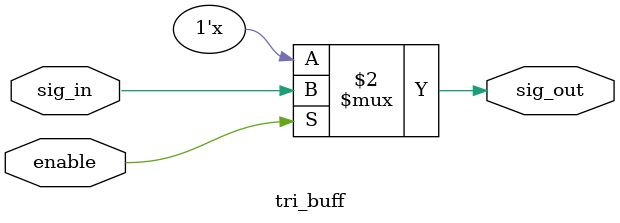
<source format=v>
/*
    tri-state buffer:
        input from wire
        if enable, input passes to output
        else output is Z (high imp)
*/

`timescale 1ps/1ps
`define STEP 10


module tb();
    wire outp;
    reg en;
    reg inp;
    
    tri_buff DUT (
                    .sig_out(outp),
                    .enable(en),
                    .sig_in(inp)
            );
    
    initial begin
        $write("\n test tri-state buffer...\n\n");
        $write(" en  inp  |  outp\n");
        $write(" ------------------\n");

        en = 1'b0; inp = 1'b0;
        #`STEP;
        $write("  %1b    %1b  |    %1b\n", en, inp, outp);

        en = 1'b0; inp = 1'b1;
        #`STEP;
        $write("  %1b    %1b  |    %1b\n", en, inp, outp);

        en = 1'b1; inp = 1'b0;
        #`STEP;
        $write("  %1b    %1b  |    %1b\n", en, inp, outp);

        en = 1'b1; inp = 1'b1;
        #`STEP;
        $write("  %1b    %1b  |    %1b\n", en, inp, outp);

        #`STEP;
        $write("\n\n\t\t ~ ~ ~ TEST COMPLETE ~ ~ ~\n\n");
        $finish;
    end
endmodule


////~~~~


module tri_buff (
                    output wire sig_out,
                    input wire enable,
                    input wire sig_in
            );
    assign sig_out = (enable == 1'b1) ? sig_in : 1'bZ;
endmodule


////////~~~~~~~~END>  tri_buff.v

</source>
